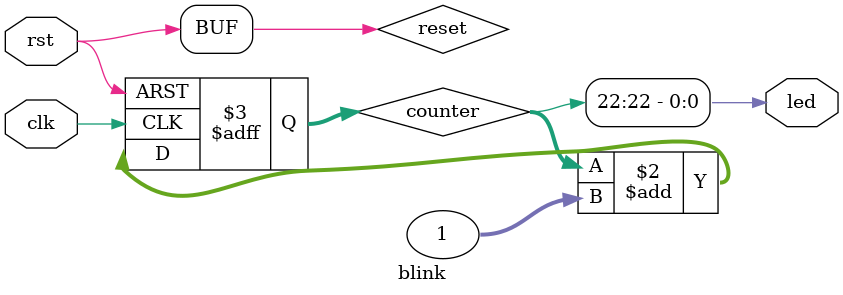
<source format=v>
module blink #(
    parameter integer USE_RESET = 1
) (
    input  clk,
    input  rst,
    output led
);
    reg [31:0] counter;
    assign led = counter[22];
    wire reset = USE_RESET ? rst : 1'b0;

    always @(posedge clk or posedge reset) begin
        if (reset) begin
            counter <= 32'b0;
        end else begin
            counter <= counter + 1;
        end
    end
endmodule

</source>
